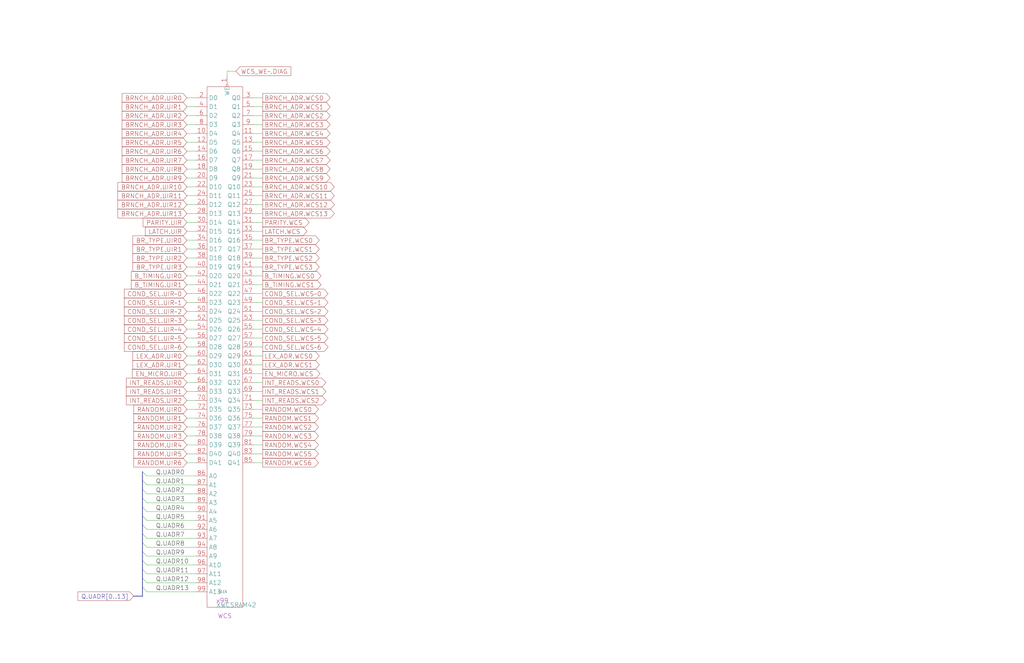
<source format=kicad_sch>
(kicad_sch (version 20230121) (generator eeschema)
  (paper "User" 584.2 378.46)
  (title_block (title "WRITABLE CONTROL STORE") (date "22-MAY-90") (rev "1.0") (comment 1 "SEQUENCER") (comment 2 "232-003064") (comment 3 "S400") (comment 4 "RELEASED"))
  (lib_symbols
    (symbol "r1000:XWCSRAM42" (pin_names (offset 1.016))
      (property "Reference" "U" (at 2.54 5.08 0))
      (property "Value" "XWCSRAM42" (at -1.27 -2.54 0))
      (property "Location" "___" (at -1.27 0 0))
      (property "Name" "______" (at 3.81 -10.16 0))
      (symbol "XWCSRAM42_1_1"
        (rectangle (start -6.35 293.37) (end 13.97 -3.81))
        (circle (center 5.08 294.005) (radius 0.635))
        (pin input line (at 5.08 299.72 270) (length 5.08) (name "WE") (number "1"))
        (pin input line (at -12.7 266.7 0) (length 6.35) (name "D4") (number "10"))
        (pin output line (at 20.32 266.7 180) (length 6.35) (name "Q4") (number "11"))
        (pin input line (at -12.7 261.62 0) (length 6.35) (name "D5") (number "12"))
        (pin output line (at 20.32 261.62 180) (length 6.35) (name "Q5") (number "13"))
        (pin input line (at -12.7 256.54 0) (length 6.35) (name "D6") (number "14"))
        (pin output line (at 20.32 256.54 180) (length 6.35) (name "Q6") (number "15"))
        (pin input line (at -12.7 251.46 0) (length 6.35) (name "D7") (number "16"))
        (pin output line (at 20.32 251.46 180) (length 6.35) (name "Q7") (number "17"))
        (pin input line (at -12.7 246.38 0) (length 6.35) (name "D8") (number "18"))
        (pin output line (at 20.32 246.38 180) (length 6.35) (name "Q8") (number "19"))
        (pin input line (at -12.7 287.02 0) (length 6.35) (name "D0") (number "2"))
        (pin input line (at -12.7 241.3 0) (length 6.35) (name "D9") (number "20"))
        (pin output line (at 20.32 241.3 180) (length 6.35) (name "Q9") (number "21"))
        (pin input line (at -12.7 236.22 0) (length 6.35) (name "D10") (number "22"))
        (pin output line (at 20.32 236.22 180) (length 6.35) (name "Q10") (number "23"))
        (pin input line (at -12.7 231.14 0) (length 6.35) (name "D11") (number "24"))
        (pin output line (at 20.32 231.14 180) (length 6.35) (name "Q11") (number "25"))
        (pin input line (at -12.7 226.06 0) (length 6.35) (name "D12") (number "26"))
        (pin output line (at 20.32 226.06 180) (length 6.35) (name "Q12") (number "27"))
        (pin input line (at -12.7 220.98 0) (length 6.35) (name "D13") (number "28"))
        (pin output line (at 20.32 220.98 180) (length 6.35) (name "Q13") (number "29"))
        (pin output line (at 20.32 287.02 180) (length 6.35) (name "Q0") (number "3"))
        (pin input line (at -12.7 215.9 0) (length 6.35) (name "D14") (number "30"))
        (pin output line (at 20.32 215.9 180) (length 6.35) (name "Q14") (number "31"))
        (pin input line (at -12.7 210.82 0) (length 6.35) (name "D15") (number "32"))
        (pin output line (at 20.32 210.82 180) (length 6.35) (name "Q15") (number "33"))
        (pin input line (at -12.7 205.74 0) (length 6.35) (name "D16") (number "34"))
        (pin output line (at 20.32 205.74 180) (length 6.35) (name "Q16") (number "35"))
        (pin input line (at -12.7 200.66 0) (length 6.35) (name "D17") (number "36"))
        (pin output line (at 20.32 200.66 180) (length 6.35) (name "Q17") (number "37"))
        (pin input line (at -12.7 195.58 0) (length 6.35) (name "D18") (number "38"))
        (pin output line (at 20.32 195.58 180) (length 6.35) (name "Q18") (number "39"))
        (pin input line (at -12.7 281.94 0) (length 6.35) (name "D1") (number "4"))
        (pin input line (at -12.7 190.5 0) (length 6.35) (name "D19") (number "40"))
        (pin output line (at 20.32 190.5 180) (length 6.35) (name "Q19") (number "41"))
        (pin input line (at -12.7 185.42 0) (length 6.35) (name "D20") (number "42"))
        (pin output line (at 20.32 185.42 180) (length 6.35) (name "Q20") (number "43"))
        (pin input line (at -12.7 180.34 0) (length 6.35) (name "D21") (number "44"))
        (pin output line (at 20.32 180.34 180) (length 6.35) (name "Q21") (number "45"))
        (pin input line (at -12.7 175.26 0) (length 6.35) (name "D22") (number "46"))
        (pin output line (at 20.32 175.26 180) (length 6.35) (name "Q22") (number "47"))
        (pin input line (at -12.7 170.18 0) (length 6.35) (name "D23") (number "48"))
        (pin output line (at 20.32 170.18 180) (length 6.35) (name "Q23") (number "49"))
        (pin output line (at 20.32 281.94 180) (length 6.35) (name "Q1") (number "5"))
        (pin input line (at -12.7 165.1 0) (length 6.35) (name "D24") (number "50"))
        (pin output line (at 20.32 165.1 180) (length 6.35) (name "Q24") (number "51"))
        (pin input line (at -12.7 160.02 0) (length 6.35) (name "D25") (number "52"))
        (pin output line (at 20.32 160.02 180) (length 6.35) (name "Q25") (number "53"))
        (pin input line (at -12.7 154.94 0) (length 6.35) (name "D26") (number "54"))
        (pin output line (at 20.32 154.94 180) (length 6.35) (name "Q26") (number "55"))
        (pin input line (at -12.7 149.86 0) (length 6.35) (name "D27") (number "56"))
        (pin output line (at 20.32 149.86 180) (length 6.35) (name "Q27") (number "57"))
        (pin input line (at -12.7 144.78 0) (length 6.35) (name "D28") (number "58"))
        (pin output line (at 20.32 144.78 180) (length 6.35) (name "Q28") (number "59"))
        (pin input line (at -12.7 276.86 0) (length 6.35) (name "D2") (number "6"))
        (pin input line (at -12.7 139.7 0) (length 6.35) (name "D29") (number "60"))
        (pin output line (at 20.32 139.7 180) (length 6.35) (name "Q29") (number "61"))
        (pin input line (at -12.7 134.62 0) (length 6.35) (name "D30") (number "62"))
        (pin output line (at 20.32 134.62 180) (length 6.35) (name "Q30") (number "63"))
        (pin input line (at -12.7 129.54 0) (length 6.35) (name "D31") (number "64"))
        (pin output line (at 20.32 129.54 180) (length 6.35) (name "Q31") (number "65"))
        (pin input line (at -12.7 124.46 0) (length 6.35) (name "D32") (number "66"))
        (pin output line (at 20.32 124.46 180) (length 6.35) (name "Q32") (number "67"))
        (pin input line (at -12.7 119.38 0) (length 6.35) (name "D33") (number "68"))
        (pin output line (at 20.32 119.38 180) (length 6.35) (name "Q33") (number "69"))
        (pin output line (at 20.32 276.86 180) (length 6.35) (name "Q2") (number "7"))
        (pin input line (at -12.7 114.3 0) (length 6.35) (name "D34") (number "70"))
        (pin output line (at 20.32 114.3 180) (length 6.35) (name "Q34") (number "71"))
        (pin input line (at -12.7 109.22 0) (length 6.35) (name "D35") (number "72"))
        (pin output line (at 20.32 109.22 180) (length 6.35) (name "Q35") (number "73"))
        (pin input line (at -12.7 104.14 0) (length 6.35) (name "D36") (number "74"))
        (pin output line (at 20.32 104.14 180) (length 6.35) (name "Q36") (number "75"))
        (pin input line (at -12.7 99.06 0) (length 6.35) (name "D37") (number "76"))
        (pin output line (at 20.32 99.06 180) (length 6.35) (name "Q37") (number "77"))
        (pin input line (at -12.7 93.98 0) (length 6.35) (name "D38") (number "78"))
        (pin output line (at 20.32 93.98 180) (length 6.35) (name "Q38") (number "79"))
        (pin input line (at -12.7 271.78 0) (length 6.35) (name "D3") (number "8"))
        (pin input line (at -12.7 88.9 0) (length 6.35) (name "D39") (number "80"))
        (pin output line (at 20.32 88.9 180) (length 6.35) (name "Q39") (number "81"))
        (pin input line (at -12.7 83.82 0) (length 6.35) (name "D40") (number "82"))
        (pin output line (at 20.32 83.82 180) (length 6.35) (name "Q40") (number "83"))
        (pin input line (at -12.7 78.74 0) (length 6.35) (name "D41") (number "84"))
        (pin output line (at 20.32 78.74 180) (length 6.35) (name "Q41") (number "85"))
        (pin input line (at -12.7 71.12 0) (length 6.35) (name "A0") (number "86"))
        (pin input line (at -12.7 66.04 0) (length 6.35) (name "A1") (number "87"))
        (pin input line (at -12.7 60.96 0) (length 6.35) (name "A2") (number "88"))
        (pin input line (at -12.7 55.88 0) (length 6.35) (name "A3") (number "89"))
        (pin output line (at 20.32 271.78 180) (length 6.35) (name "Q3") (number "9"))
        (pin input line (at -12.7 50.8 0) (length 6.35) (name "A4") (number "90"))
        (pin input line (at -12.7 45.72 0) (length 6.35) (name "A5") (number "91"))
        (pin input line (at -12.7 40.64 0) (length 6.35) (name "A6") (number "92"))
        (pin input line (at -12.7 35.56 0) (length 6.35) (name "A7") (number "93"))
        (pin input line (at -12.7 30.48 0) (length 6.35) (name "A8") (number "94"))
        (pin input line (at -12.7 25.4 0) (length 6.35) (name "A9") (number "95"))
        (pin input line (at -12.7 20.32 0) (length 6.35) (name "A10") (number "96"))
        (pin input line (at -12.7 15.24 0) (length 6.35) (name "A11") (number "97"))
        (pin input line (at -12.7 10.16 0) (length 6.35) (name "A12") (number "98"))
        (pin input line (at -12.7 5.08 0) (length 6.35) (name "A13") (number "99"))
      )
    )
  )
  (bus_entry (at 81.28 269.24) (size 2.54 2.54))
  (bus_entry (at 81.28 299.72) (size 2.54 2.54))
  (bus_entry (at 81.28 320.04) (size 2.54 2.54))
  (bus_entry (at 81.28 304.8) (size 2.54 2.54))
  (bus_entry (at 81.28 309.88) (size 2.54 2.54))
  (bus_entry (at 81.28 314.96) (size 2.54 2.54))
  (bus_entry (at 81.28 294.64) (size 2.54 2.54))
  (bus_entry (at 81.28 335.28) (size 2.54 2.54))
  (bus_entry (at 81.28 274.32) (size 2.54 2.54))
  (bus_entry (at 81.28 284.48) (size 2.54 2.54))
  (bus_entry (at 81.28 289.56) (size 2.54 2.54))
  (bus_entry (at 81.28 330.2) (size 2.54 2.54))
  (bus_entry (at 81.28 279.4) (size 2.54 2.54))
  (bus_entry (at 81.28 325.12) (size 2.54 2.54))
  (wire (pts (xy 106.68 248.92) (xy 111.76 248.92)))
  (wire (pts (xy 144.78 218.44) (xy 149.86 218.44)))
  (bus (pts (xy 81.28 274.32) (xy 81.28 279.4)))
  (wire (pts (xy 144.78 127) (xy 149.86 127)))
  (wire (pts (xy 106.68 223.52) (xy 111.76 223.52)))
  (wire (pts (xy 144.78 223.52) (xy 149.86 223.52)))
  (wire (pts (xy 106.68 127) (xy 111.76 127)))
  (bus (pts (xy 76.2 340.36) (xy 81.28 340.36)))
  (wire (pts (xy 144.78 106.68) (xy 149.86 106.68)))
  (wire (pts (xy 144.78 55.88) (xy 149.86 55.88)))
  (bus (pts (xy 81.28 309.88) (xy 81.28 314.96)))
  (wire (pts (xy 106.68 157.48) (xy 111.76 157.48)))
  (bus (pts (xy 81.28 325.12) (xy 81.28 330.2)))
  (wire (pts (xy 144.78 259.08) (xy 149.86 259.08)))
  (wire (pts (xy 144.78 167.64) (xy 149.86 167.64)))
  (bus (pts (xy 81.28 294.64) (xy 81.28 299.72)))
  (bus (pts (xy 81.28 279.4) (xy 81.28 284.48)))
  (wire (pts (xy 106.68 182.88) (xy 111.76 182.88)))
  (wire (pts (xy 83.82 302.26) (xy 111.76 302.26)))
  (wire (pts (xy 106.68 60.96) (xy 111.76 60.96)))
  (wire (pts (xy 106.68 193.04) (xy 111.76 193.04)))
  (wire (pts (xy 106.68 81.28) (xy 111.76 81.28)))
  (wire (pts (xy 111.76 327.66) (xy 83.82 327.66)))
  (wire (pts (xy 144.78 86.36) (xy 149.86 86.36)))
  (wire (pts (xy 106.68 66.04) (xy 111.76 66.04)))
  (wire (pts (xy 106.68 233.68) (xy 111.76 233.68)))
  (bus (pts (xy 81.28 289.56) (xy 81.28 294.64)))
  (wire (pts (xy 106.68 187.96) (xy 111.76 187.96)))
  (bus (pts (xy 81.28 320.04) (xy 81.28 325.12)))
  (wire (pts (xy 144.78 142.24) (xy 149.86 142.24)))
  (bus (pts (xy 81.28 304.8) (xy 81.28 299.72)))
  (wire (pts (xy 111.76 307.34) (xy 83.82 307.34)))
  (wire (pts (xy 83.82 271.78) (xy 111.76 271.78)))
  (wire (pts (xy 129.54 40.64) (xy 129.54 43.18)))
  (wire (pts (xy 106.68 152.4) (xy 111.76 152.4)))
  (wire (pts (xy 106.68 55.88) (xy 111.76 55.88)))
  (wire (pts (xy 106.68 142.24) (xy 111.76 142.24)))
  (wire (pts (xy 144.78 213.36) (xy 149.86 213.36)))
  (wire (pts (xy 144.78 193.04) (xy 149.86 193.04)))
  (wire (pts (xy 111.76 317.5) (xy 83.82 317.5)))
  (wire (pts (xy 106.68 71.12) (xy 111.76 71.12)))
  (wire (pts (xy 144.78 111.76) (xy 149.86 111.76)))
  (wire (pts (xy 144.78 182.88) (xy 149.86 182.88)))
  (wire (pts (xy 106.68 238.76) (xy 111.76 238.76)))
  (wire (pts (xy 144.78 254) (xy 149.86 254)))
  (bus (pts (xy 81.28 284.48) (xy 81.28 289.56)))
  (wire (pts (xy 106.68 264.16) (xy 111.76 264.16)))
  (wire (pts (xy 144.78 137.16) (xy 149.86 137.16)))
  (wire (pts (xy 144.78 60.96) (xy 149.86 60.96)))
  (wire (pts (xy 144.78 172.72) (xy 149.86 172.72)))
  (wire (pts (xy 144.78 208.28) (xy 149.86 208.28)))
  (wire (pts (xy 106.68 243.84) (xy 111.76 243.84)))
  (wire (pts (xy 106.68 137.16) (xy 111.76 137.16)))
  (wire (pts (xy 144.78 243.84) (xy 149.86 243.84)))
  (wire (pts (xy 106.68 198.12) (xy 111.76 198.12)))
  (wire (pts (xy 106.68 91.44) (xy 111.76 91.44)))
  (bus (pts (xy 81.28 304.8) (xy 81.28 309.88)))
  (wire (pts (xy 144.78 152.4) (xy 149.86 152.4)))
  (wire (pts (xy 144.78 248.92) (xy 149.86 248.92)))
  (wire (pts (xy 106.68 162.56) (xy 111.76 162.56)))
  (wire (pts (xy 83.82 281.94) (xy 111.76 281.94)))
  (wire (pts (xy 106.68 101.6) (xy 111.76 101.6)))
  (wire (pts (xy 111.76 322.58) (xy 83.82 322.58)))
  (wire (pts (xy 106.68 218.44) (xy 111.76 218.44)))
  (wire (pts (xy 106.68 76.2) (xy 111.76 76.2)))
  (wire (pts (xy 144.78 96.52) (xy 149.86 96.52)))
  (wire (pts (xy 106.68 213.36) (xy 111.76 213.36)))
  (wire (pts (xy 106.68 121.92) (xy 111.76 121.92)))
  (wire (pts (xy 106.68 86.36) (xy 111.76 86.36)))
  (wire (pts (xy 134.62 40.64) (xy 129.54 40.64)))
  (wire (pts (xy 144.78 116.84) (xy 149.86 116.84)))
  (bus (pts (xy 81.28 340.36) (xy 81.28 335.28)))
  (wire (pts (xy 111.76 312.42) (xy 83.82 312.42)))
  (wire (pts (xy 144.78 81.28) (xy 149.86 81.28)))
  (wire (pts (xy 144.78 71.12) (xy 149.86 71.12)))
  (wire (pts (xy 144.78 177.8) (xy 149.86 177.8)))
  (wire (pts (xy 106.68 254) (xy 111.76 254)))
  (wire (pts (xy 106.68 106.68) (xy 111.76 106.68)))
  (bus (pts (xy 81.28 330.2) (xy 81.28 335.28)))
  (wire (pts (xy 106.68 132.08) (xy 111.76 132.08)))
  (wire (pts (xy 111.76 337.82) (xy 83.82 337.82)))
  (wire (pts (xy 106.68 203.2) (xy 111.76 203.2)))
  (wire (pts (xy 106.68 167.64) (xy 111.76 167.64)))
  (wire (pts (xy 83.82 287.02) (xy 111.76 287.02)))
  (wire (pts (xy 83.82 292.1) (xy 111.76 292.1)))
  (wire (pts (xy 106.68 96.52) (xy 111.76 96.52)))
  (wire (pts (xy 144.78 101.6) (xy 149.86 101.6)))
  (wire (pts (xy 106.68 177.8) (xy 111.76 177.8)))
  (wire (pts (xy 106.68 116.84) (xy 111.76 116.84)))
  (wire (pts (xy 106.68 259.08) (xy 111.76 259.08)))
  (wire (pts (xy 144.78 147.32) (xy 149.86 147.32)))
  (wire (pts (xy 144.78 264.16) (xy 149.86 264.16)))
  (wire (pts (xy 144.78 91.44) (xy 149.86 91.44)))
  (wire (pts (xy 106.68 147.32) (xy 111.76 147.32)))
  (wire (pts (xy 144.78 198.12) (xy 149.86 198.12)))
  (wire (pts (xy 111.76 332.74) (xy 83.82 332.74)))
  (wire (pts (xy 106.68 172.72) (xy 111.76 172.72)))
  (wire (pts (xy 144.78 162.56) (xy 149.86 162.56)))
  (wire (pts (xy 144.78 187.96) (xy 149.86 187.96)))
  (wire (pts (xy 144.78 66.04) (xy 149.86 66.04)))
  (wire (pts (xy 106.68 208.28) (xy 111.76 208.28)))
  (wire (pts (xy 144.78 132.08) (xy 149.86 132.08)))
  (bus (pts (xy 81.28 269.24) (xy 81.28 274.32)))
  (wire (pts (xy 83.82 276.86) (xy 111.76 276.86)))
  (wire (pts (xy 144.78 228.6) (xy 149.86 228.6)))
  (wire (pts (xy 144.78 238.76) (xy 149.86 238.76)))
  (bus (pts (xy 81.28 314.96) (xy 81.28 320.04)))
  (wire (pts (xy 144.78 121.92) (xy 149.86 121.92)))
  (wire (pts (xy 144.78 157.48) (xy 149.86 157.48)))
  (wire (pts (xy 106.68 228.6) (xy 111.76 228.6)))
  (wire (pts (xy 106.68 111.76) (xy 111.76 111.76)))
  (wire (pts (xy 144.78 76.2) (xy 149.86 76.2)))
  (wire (pts (xy 144.78 233.68) (xy 149.86 233.68)))
  (wire (pts (xy 83.82 297.18) (xy 111.76 297.18)))
  (wire (pts (xy 144.78 203.2) (xy 149.86 203.2)))
  (label "Q.UADR0" (at 88.9 271.78 0) (effects (font (size 2.54 2.54))))
  (label "Q.UADR11" (at 88.9 327.66 0) (effects (font (size 2.54 2.54))))
  (label "Q.UADR10" (at 88.9 322.58 0) (effects (font (size 2.54 2.54))))
  (label "Q.UADR13" (at 88.9 337.82 0) (effects (font (size 2.54 2.54))))
  (label "Q.UADR6" (at 88.9 302.26 0) (effects (font (size 2.54 2.54))))
  (label "Q.UADR12" (at 88.9 332.74 0) (effects (font (size 2.54 2.54))))
  (label "Q.UADR7" (at 88.9 307.34 0) (effects (font (size 2.54 2.54))))
  (label "Q.UADR4" (at 88.9 292.1 0) (effects (font (size 2.54 2.54))))
  (label "Q.UADR8" (at 88.9 312.42 0) (effects (font (size 2.54 2.54))))
  (label "Q.UADR1" (at 88.9 276.86 0) (effects (font (size 2.54 2.54))))
  (label "Q.UADR2" (at 88.9 281.94 0) (effects (font (size 2.54 2.54))))
  (label "Q.UADR3" (at 88.9 287.02 0) (effects (font (size 2.54 2.54))))
  (label "Q.UADR5" (at 88.9 297.18 0) (effects (font (size 2.54 2.54))))
  (label "Q.UADR9" (at 88.9 317.5 0) (effects (font (size 2.54 2.54))))
  (global_label "COND_SEL.WCS~0" (shape output) (at 149.86 167.64 0) (effects (font (size 2.54 2.54))) (property "Intersheetrefs" "${INTERSHEET_REFS}" (at 187.1012 167.4813 0) (effects (font (size 1.905 1.905)) (justify left))))
  (global_label "RANDOM.UIR5" (shape input) (at 106.68 259.08 180) (effects (font (size 2.54 2.54))) (property "Intersheetrefs" "${INTERSHEET_REFS}" (at 76.333 258.9213 0) (effects (font (size 1.905 1.905)) (justify right))))
  (global_label "BR_TYPE.WCS3" (shape output) (at 149.86 152.4 0) (effects (font (size 2.54 2.54))) (property "Intersheetrefs" "${INTERSHEET_REFS}" (at 182.1422 152.2413 0) (effects (font (size 1.905 1.905)) (justify left))))
  (global_label "COND_SEL.UIR~2" (shape input) (at 106.68 177.8 180) (effects (font (size 2.54 2.54))) (property "Intersheetrefs" "${INTERSHEET_REFS}" (at 70.8902 177.6413 0) (effects (font (size 1.905 1.905)) (justify right))))
  (global_label "BRNCH_ADR.WCS6" (shape output) (at 149.86 86.36 0) (effects (font (size 2.54 2.54))) (property "Intersheetrefs" "${INTERSHEET_REFS}" (at 188.3108 86.2013 0) (effects (font (size 1.905 1.905)) (justify left))))
  (global_label "BRNCH_ADR.WCS13" (shape output) (at 149.86 121.92 0) (effects (font (size 2.54 2.54))) (property "Intersheetrefs" "${INTERSHEET_REFS}" (at 190.7298 121.7613 0) (effects (font (size 1.905 1.905)) (justify left))))
  (global_label "INT_READS.UIR0" (shape input) (at 106.68 218.44 180) (effects (font (size 2.54 2.54))) (property "Intersheetrefs" "${INTERSHEET_REFS}" (at 72.0997 218.2813 0) (effects (font (size 1.905 1.905)) (justify right))))
  (global_label "B_TIMING.WCS0" (shape output) (at 149.86 157.48 0) (effects (font (size 2.54 2.54))) (property "Intersheetrefs" "${INTERSHEET_REFS}" (at 183.1098 157.3213 0) (effects (font (size 1.905 1.905)) (justify left))))
  (global_label "RANDOM.WCS5" (shape output) (at 149.86 259.08 0) (effects (font (size 2.54 2.54))) (property "Intersheetrefs" "${INTERSHEET_REFS}" (at 181.6584 258.9213 0) (effects (font (size 1.905 1.905)) (justify left))))
  (global_label "COND_SEL.WCS~3" (shape output) (at 149.86 182.88 0) (effects (font (size 2.54 2.54))) (property "Intersheetrefs" "${INTERSHEET_REFS}" (at 187.1012 182.7213 0) (effects (font (size 1.905 1.905)) (justify left))))
  (global_label "COND_SEL.WCS~5" (shape output) (at 149.86 193.04 0) (effects (font (size 2.54 2.54))) (property "Intersheetrefs" "${INTERSHEET_REFS}" (at 187.1012 192.8813 0) (effects (font (size 1.905 1.905)) (justify left))))
  (global_label "COND_SEL.UIR~4" (shape input) (at 106.68 187.96 180) (effects (font (size 2.54 2.54))) (property "Intersheetrefs" "${INTERSHEET_REFS}" (at 70.8902 187.8013 0) (effects (font (size 1.905 1.905)) (justify right))))
  (global_label "RANDOM.WCS6" (shape output) (at 149.86 264.16 0) (effects (font (size 2.54 2.54))) (property "Intersheetrefs" "${INTERSHEET_REFS}" (at 181.6584 264.0013 0) (effects (font (size 1.905 1.905)) (justify left))))
  (global_label "LEX_ADR.UIR0" (shape input) (at 106.68 203.2 180) (effects (font (size 2.54 2.54))) (property "Intersheetrefs" "${INTERSHEET_REFS}" (at 75.8492 203.0413 0) (effects (font (size 1.905 1.905)) (justify right))))
  (global_label "BRNCH_ADR.UIR9" (shape input) (at 106.68 101.6 180) (effects (font (size 2.54 2.54))) (property "Intersheetrefs" "${INTERSHEET_REFS}" (at 69.6807 101.4413 0) (effects (font (size 1.905 1.905)) (justify right))))
  (global_label "BRNCH_ADR.UIR4" (shape input) (at 106.68 76.2 180) (effects (font (size 2.54 2.54))) (property "Intersheetrefs" "${INTERSHEET_REFS}" (at 69.6807 76.0413 0) (effects (font (size 1.905 1.905)) (justify right))))
  (global_label "BRNCH_ADR.WCS3" (shape output) (at 149.86 71.12 0) (effects (font (size 2.54 2.54))) (property "Intersheetrefs" "${INTERSHEET_REFS}" (at 188.3108 70.9613 0) (effects (font (size 1.905 1.905)) (justify left))))
  (global_label "RANDOM.UIR1" (shape input) (at 106.68 238.76 180) (effects (font (size 2.54 2.54))) (property "Intersheetrefs" "${INTERSHEET_REFS}" (at 76.333 238.6013 0) (effects (font (size 1.905 1.905)) (justify right))))
  (global_label "RANDOM.WCS1" (shape output) (at 149.86 238.76 0) (effects (font (size 2.54 2.54))) (property "Intersheetrefs" "${INTERSHEET_REFS}" (at 181.6584 238.6013 0) (effects (font (size 1.905 1.905)) (justify left))))
  (global_label "WCS_WE~.DIAG" (shape input) (at 134.62 40.64 0) (effects (font (size 2.54 2.54))) (property "Intersheetrefs" "${INTERSHEET_REFS}" (at 168.3536 40.4813 0) (effects (font (size 1.905 1.905)) (justify left))))
  (global_label "BRNCH_ADR.UIR12" (shape input) (at 106.68 116.84 180) (effects (font (size 2.54 2.54))) (property "Intersheetrefs" "${INTERSHEET_REFS}" (at 67.2616 116.6813 0) (effects (font (size 1.905 1.905)) (justify right))))
  (global_label "EN_MICRO.UIR" (shape input) (at 106.68 213.36 180) (effects (font (size 2.54 2.54))) (property "Intersheetrefs" "${INTERSHEET_REFS}" (at 75.4864 213.2013 0) (effects (font (size 1.905 1.905)) (justify right))))
  (global_label "BRNCH_ADR.WCS7" (shape output) (at 149.86 91.44 0) (effects (font (size 2.54 2.54))) (property "Intersheetrefs" "${INTERSHEET_REFS}" (at 188.3108 91.2813 0) (effects (font (size 1.905 1.905)) (justify left))))
  (global_label "BRNCH_ADR.WCS1" (shape output) (at 149.86 60.96 0) (effects (font (size 2.54 2.54))) (property "Intersheetrefs" "${INTERSHEET_REFS}" (at 188.3108 60.8013 0) (effects (font (size 1.905 1.905)) (justify left))))
  (global_label "BRNCH_ADR.UIR7" (shape input) (at 106.68 91.44 180) (effects (font (size 2.54 2.54))) (property "Intersheetrefs" "${INTERSHEET_REFS}" (at 69.6807 91.2813 0) (effects (font (size 1.905 1.905)) (justify right))))
  (global_label "BRNCH_ADR.UIR2" (shape input) (at 106.68 66.04 180) (effects (font (size 2.54 2.54))) (property "Intersheetrefs" "${INTERSHEET_REFS}" (at 69.6807 65.8813 0) (effects (font (size 1.905 1.905)) (justify right))))
  (global_label "BR_TYPE.UIR2" (shape input) (at 106.68 147.32 180) (effects (font (size 2.54 2.54))) (property "Intersheetrefs" "${INTERSHEET_REFS}" (at 75.8492 147.1613 0) (effects (font (size 1.905 1.905)) (justify right))))
  (global_label "Q.UADR[0..13]" (shape input) (at 76.2 340.36 180) (effects (font (size 2.54 2.54))) (property "Intersheetrefs" "${INTERSHEET_REFS}" (at 43.3478 340.36 0) (effects (font (size 1.905 1.905)) (justify right))))
  (global_label "RANDOM.UIR0" (shape input) (at 106.68 233.68 180) (effects (font (size 2.54 2.54))) (property "Intersheetrefs" "${INTERSHEET_REFS}" (at 76.333 233.5213 0) (effects (font (size 1.905 1.905)) (justify right))))
  (global_label "BRNCH_ADR.UIR0" (shape input) (at 106.68 55.88 180) (effects (font (size 2.54 2.54))) (property "Intersheetrefs" "${INTERSHEET_REFS}" (at 69.6807 55.7213 0) (effects (font (size 1.905 1.905)) (justify right))))
  (global_label "BRNCH_ADR.UIR11" (shape input) (at 106.68 111.76 180) (effects (font (size 2.54 2.54))) (property "Intersheetrefs" "${INTERSHEET_REFS}" (at 67.2616 111.6013 0) (effects (font (size 1.905 1.905)) (justify right))))
  (global_label "INT_READS.UIR2" (shape input) (at 106.68 228.6 180) (effects (font (size 2.54 2.54))) (property "Intersheetrefs" "${INTERSHEET_REFS}" (at 72.0997 228.4413 0) (effects (font (size 1.905 1.905)) (justify right))))
  (global_label "RANDOM.UIR3" (shape input) (at 106.68 248.92 180) (effects (font (size 2.54 2.54))) (property "Intersheetrefs" "${INTERSHEET_REFS}" (at 76.333 248.7613 0) (effects (font (size 1.905 1.905)) (justify right))))
  (global_label "B_TIMING.UIR0" (shape input) (at 106.68 157.48 180) (effects (font (size 2.54 2.54))) (property "Intersheetrefs" "${INTERSHEET_REFS}" (at 74.8816 157.3213 0) (effects (font (size 1.905 1.905)) (justify right))))
  (global_label "BRNCH_ADR.UIR1" (shape input) (at 106.68 60.96 180) (effects (font (size 2.54 2.54))) (property "Intersheetrefs" "${INTERSHEET_REFS}" (at 69.6807 60.8013 0) (effects (font (size 1.905 1.905)) (justify right))))
  (global_label "LEX_ADR.WCS0" (shape output) (at 149.86 203.2 0) (effects (font (size 2.54 2.54))) (property "Intersheetrefs" "${INTERSHEET_REFS}" (at 182.1422 203.0413 0) (effects (font (size 1.905 1.905)) (justify left))))
  (global_label "BRNCH_ADR.WCS9" (shape output) (at 149.86 101.6 0) (effects (font (size 2.54 2.54))) (property "Intersheetrefs" "${INTERSHEET_REFS}" (at 188.3108 101.4413 0) (effects (font (size 1.905 1.905)) (justify left))))
  (global_label "BRNCH_ADR.UIR5" (shape input) (at 106.68 81.28 180) (effects (font (size 2.54 2.54))) (property "Intersheetrefs" "${INTERSHEET_REFS}" (at 69.6807 81.1213 0) (effects (font (size 1.905 1.905)) (justify right))))
  (global_label "B_TIMING.WCS1" (shape output) (at 149.86 162.56 0) (effects (font (size 2.54 2.54))) (property "Intersheetrefs" "${INTERSHEET_REFS}" (at 183.1098 162.4013 0) (effects (font (size 1.905 1.905)) (justify left))))
  (global_label "COND_SEL.WCS~4" (shape output) (at 149.86 187.96 0) (effects (font (size 2.54 2.54))) (property "Intersheetrefs" "${INTERSHEET_REFS}" (at 187.1012 187.8013 0) (effects (font (size 1.905 1.905)) (justify left))))
  (global_label "LEX_ADR.WCS1" (shape output) (at 149.86 208.28 0) (effects (font (size 2.54 2.54))) (property "Intersheetrefs" "${INTERSHEET_REFS}" (at 182.1422 208.1213 0) (effects (font (size 1.905 1.905)) (justify left))))
  (global_label "COND_SEL.WCS~6" (shape output) (at 149.86 198.12 0) (effects (font (size 2.54 2.54))) (property "Intersheetrefs" "${INTERSHEET_REFS}" (at 187.1012 197.9613 0) (effects (font (size 1.905 1.905)) (justify left))))
  (global_label "BRNCH_ADR.UIR3" (shape input) (at 106.68 71.12 180) (effects (font (size 2.54 2.54))) (property "Intersheetrefs" "${INTERSHEET_REFS}" (at 69.6807 70.9613 0) (effects (font (size 1.905 1.905)) (justify right))))
  (global_label "RANDOM.UIR4" (shape input) (at 106.68 254 180) (effects (font (size 2.54 2.54))) (property "Intersheetrefs" "${INTERSHEET_REFS}" (at 76.333 253.8413 0) (effects (font (size 1.905 1.905)) (justify right))))
  (global_label "BRNCH_ADR.UIR13" (shape input) (at 106.68 121.92 180) (effects (font (size 2.54 2.54))) (property "Intersheetrefs" "${INTERSHEET_REFS}" (at 67.2616 121.7613 0) (effects (font (size 1.905 1.905)) (justify right))))
  (global_label "BR_TYPE.UIR0" (shape input) (at 106.68 137.16 180) (effects (font (size 2.54 2.54))) (property "Intersheetrefs" "${INTERSHEET_REFS}" (at 75.8492 137.0013 0) (effects (font (size 1.905 1.905)) (justify right))))
  (global_label "BR_TYPE.WCS2" (shape output) (at 149.86 147.32 0) (effects (font (size 2.54 2.54))) (property "Intersheetrefs" "${INTERSHEET_REFS}" (at 182.1422 147.1613 0) (effects (font (size 1.905 1.905)) (justify left))))
  (global_label "COND_SEL.WCS~2" (shape output) (at 149.86 177.8 0) (effects (font (size 2.54 2.54))) (property "Intersheetrefs" "${INTERSHEET_REFS}" (at 187.1012 177.6413 0) (effects (font (size 1.905 1.905)) (justify left))))
  (global_label "RANDOM.WCS3" (shape output) (at 149.86 248.92 0) (effects (font (size 2.54 2.54))) (property "Intersheetrefs" "${INTERSHEET_REFS}" (at 181.6584 248.7613 0) (effects (font (size 1.905 1.905)) (justify left))))
  (global_label "INT_READS.UIR1" (shape input) (at 106.68 223.52 180) (effects (font (size 2.54 2.54))) (property "Intersheetrefs" "${INTERSHEET_REFS}" (at 72.0997 223.3613 0) (effects (font (size 1.905 1.905)) (justify right))))
  (global_label "BRNCH_ADR.WCS2" (shape output) (at 149.86 66.04 0) (effects (font (size 2.54 2.54))) (property "Intersheetrefs" "${INTERSHEET_REFS}" (at 188.3108 65.8813 0) (effects (font (size 1.905 1.905)) (justify left))))
  (global_label "LATCH.UIR" (shape input) (at 106.68 132.08 180) (effects (font (size 2.54 2.54))) (property "Intersheetrefs" "${INTERSHEET_REFS}" (at 82.8645 131.9213 0) (effects (font (size 1.905 1.905)) (justify right))))
  (global_label "BR_TYPE.UIR1" (shape input) (at 106.68 142.24 180) (effects (font (size 2.54 2.54))) (property "Intersheetrefs" "${INTERSHEET_REFS}" (at 75.8492 142.0813 0) (effects (font (size 1.905 1.905)) (justify right))))
  (global_label "PARITY.WCS" (shape output) (at 149.86 127 0) (effects (font (size 2.54 2.54))) (property "Intersheetrefs" "${INTERSHEET_REFS}" (at 176.3365 126.8413 0) (effects (font (size 1.905 1.905)) (justify left))))
  (global_label "RANDOM.WCS0" (shape output) (at 149.86 233.68 0) (effects (font (size 2.54 2.54))) (property "Intersheetrefs" "${INTERSHEET_REFS}" (at 181.6584 233.5213 0) (effects (font (size 1.905 1.905)) (justify left))))
  (global_label "BRNCH_ADR.UIR8" (shape input) (at 106.68 96.52 180) (effects (font (size 2.54 2.54))) (property "Intersheetrefs" "${INTERSHEET_REFS}" (at 69.6807 96.3613 0) (effects (font (size 1.905 1.905)) (justify right))))
  (global_label "EN_MICRO.WCS" (shape output) (at 149.86 213.36 0) (effects (font (size 2.54 2.54))) (property "Intersheetrefs" "${INTERSHEET_REFS}" (at 182.505 213.2013 0) (effects (font (size 1.905 1.905)) (justify left))))
  (global_label "BR_TYPE.WCS1" (shape output) (at 149.86 142.24 0) (effects (font (size 2.54 2.54))) (property "Intersheetrefs" "${INTERSHEET_REFS}" (at 182.1422 142.0813 0) (effects (font (size 1.905 1.905)) (justify left))))
  (global_label "PARITY.UIR" (shape input) (at 106.68 127 180) (effects (font (size 2.54 2.54))) (property "Intersheetrefs" "${INTERSHEET_REFS}" (at 81.655 126.8413 0) (effects (font (size 1.905 1.905)) (justify right))))
  (global_label "BRNCH_ADR.WCS5" (shape output) (at 149.86 81.28 0) (effects (font (size 2.54 2.54))) (property "Intersheetrefs" "${INTERSHEET_REFS}" (at 188.3108 81.1213 0) (effects (font (size 1.905 1.905)) (justify left))))
  (global_label "COND_SEL.WCS~1" (shape output) (at 149.86 172.72 0) (effects (font (size 2.54 2.54))) (property "Intersheetrefs" "${INTERSHEET_REFS}" (at 187.1012 172.5613 0) (effects (font (size 1.905 1.905)) (justify left))))
  (global_label "BRNCH_ADR.UIR6" (shape input) (at 106.68 86.36 180) (effects (font (size 2.54 2.54))) (property "Intersheetrefs" "${INTERSHEET_REFS}" (at 69.6807 86.2013 0) (effects (font (size 1.905 1.905)) (justify right))))
  (global_label "COND_SEL.UIR~5" (shape input) (at 106.68 193.04 180) (effects (font (size 2.54 2.54))) (property "Intersheetrefs" "${INTERSHEET_REFS}" (at 70.8902 192.8813 0) (effects (font (size 1.905 1.905)) (justify right))))
  (global_label "RANDOM.WCS4" (shape output) (at 149.86 254 0) (effects (font (size 2.54 2.54))) (property "Intersheetrefs" "${INTERSHEET_REFS}" (at 181.6584 253.8413 0) (effects (font (size 1.905 1.905)) (justify left))))
  (global_label "BRNCH_ADR.WCS0" (shape output) (at 149.86 55.88 0) (effects (font (size 2.54 2.54))) (property "Intersheetrefs" "${INTERSHEET_REFS}" (at 188.3108 55.7213 0) (effects (font (size 1.905 1.905)) (justify left))))
  (global_label "BRNCH_ADR.WCS4" (shape output) (at 149.86 76.2 0) (effects (font (size 2.54 2.54))) (property "Intersheetrefs" "${INTERSHEET_REFS}" (at 188.3108 76.0413 0) (effects (font (size 1.905 1.905)) (justify left))))
  (global_label "COND_SEL.UIR~1" (shape input) (at 106.68 172.72 180) (effects (font (size 2.54 2.54))) (property "Intersheetrefs" "${INTERSHEET_REFS}" (at 70.8902 172.5613 0) (effects (font (size 1.905 1.905)) (justify right))))
  (global_label "B_TIMING.UIR1" (shape input) (at 106.68 162.56 180) (effects (font (size 2.54 2.54))) (property "Intersheetrefs" "${INTERSHEET_REFS}" (at 74.8816 162.4013 0) (effects (font (size 1.905 1.905)) (justify right))))
  (global_label "RANDOM.UIR6" (shape input) (at 106.68 264.16 180) (effects (font (size 2.54 2.54))) (property "Intersheetrefs" "${INTERSHEET_REFS}" (at 76.333 264.0013 0) (effects (font (size 1.905 1.905)) (justify right))))
  (global_label "INT_READS.WCS0" (shape output) (at 149.86 218.44 0) (effects (font (size 2.54 2.54))) (property "Intersheetrefs" "${INTERSHEET_REFS}" (at 185.8917 218.2813 0) (effects (font (size 1.905 1.905)) (justify left))))
  (global_label "BRNCH_ADR.WCS12" (shape output) (at 149.86 116.84 0) (effects (font (size 2.54 2.54))) (property "Intersheetrefs" "${INTERSHEET_REFS}" (at 190.7298 116.6813 0) (effects (font (size 1.905 1.905)) (justify left))))
  (global_label "INT_READS.WCS2" (shape output) (at 149.86 228.6 0) (effects (font (size 2.54 2.54))) (property "Intersheetrefs" "${INTERSHEET_REFS}" (at 185.8917 228.4413 0) (effects (font (size 1.905 1.905)) (justify left))))
  (global_label "COND_SEL.UIR~3" (shape input) (at 106.68 182.88 180) (effects (font (size 2.54 2.54))) (property "Intersheetrefs" "${INTERSHEET_REFS}" (at 70.8902 182.7213 0) (effects (font (size 1.905 1.905)) (justify right))))
  (global_label "INT_READS.WCS1" (shape output) (at 149.86 223.52 0) (effects (font (size 2.54 2.54))) (property "Intersheetrefs" "${INTERSHEET_REFS}" (at 185.8917 223.3613 0) (effects (font (size 1.905 1.905)) (justify left))))
  (global_label "COND_SEL.UIR~6" (shape input) (at 106.68 198.12 180) (effects (font (size 2.54 2.54))) (property "Intersheetrefs" "${INTERSHEET_REFS}" (at 70.8902 197.9613 0) (effects (font (size 1.905 1.905)) (justify right))))
  (global_label "BR_TYPE.WCS0" (shape output) (at 149.86 137.16 0) (effects (font (size 2.54 2.54))) (property "Intersheetrefs" "${INTERSHEET_REFS}" (at 182.1422 137.0013 0) (effects (font (size 1.905 1.905)) (justify left))))
  (global_label "COND_SEL.UIR~0" (shape input) (at 106.68 167.64 180) (effects (font (size 2.54 2.54))) (property "Intersheetrefs" "${INTERSHEET_REFS}" (at 70.8902 167.4813 0) (effects (font (size 1.905 1.905)) (justify right))))
  (global_label "RANDOM.WCS2" (shape output) (at 149.86 243.84 0) (effects (font (size 2.54 2.54))) (property "Intersheetrefs" "${INTERSHEET_REFS}" (at 181.6584 243.6813 0) (effects (font (size 1.905 1.905)) (justify left))))
  (global_label "LATCH.WCS" (shape output) (at 149.86 132.08 0) (effects (font (size 2.54 2.54))) (property "Intersheetrefs" "${INTERSHEET_REFS}" (at 175.127 131.9213 0) (effects (font (size 1.905 1.905)) (justify left))))
  (global_label "BRNCH_ADR.WCS8" (shape output) (at 149.86 96.52 0) (effects (font (size 2.54 2.54))) (property "Intersheetrefs" "${INTERSHEET_REFS}" (at 188.3108 96.3613 0) (effects (font (size 1.905 1.905)) (justify left))))
  (global_label "BRNCH_ADR.WCS11" (shape output) (at 149.86 111.76 0) (effects (font (size 2.54 2.54))) (property "Intersheetrefs" "${INTERSHEET_REFS}" (at 190.7298 111.6013 0) (effects (font (size 1.905 1.905)) (justify left))))
  (global_label "LEX_ADR.UIR1" (shape input) (at 106.68 208.28 180) (effects (font (size 2.54 2.54))) (property "Intersheetrefs" "${INTERSHEET_REFS}" (at 75.8492 208.1213 0) (effects (font (size 1.905 1.905)) (justify right))))
  (global_label "BRNCH_ADR.UIR10" (shape input) (at 106.68 106.68 180) (effects (font (size 2.54 2.54))) (property "Intersheetrefs" "${INTERSHEET_REFS}" (at 67.2616 106.5213 0) (effects (font (size 1.905 1.905)) (justify right))))
  (global_label "BR_TYPE.UIR3" (shape input) (at 106.68 152.4 180) (effects (font (size 2.54 2.54))) (property "Intersheetrefs" "${INTERSHEET_REFS}" (at 75.8492 152.2413 0) (effects (font (size 1.905 1.905)) (justify right))))
  (global_label "RANDOM.UIR2" (shape input) (at 106.68 243.84 180) (effects (font (size 2.54 2.54))) (property "Intersheetrefs" "${INTERSHEET_REFS}" (at 76.333 243.6813 0) (effects (font (size 1.905 1.905)) (justify right))))
  (global_label "BRNCH_ADR.WCS10" (shape output) (at 149.86 106.68 0) (effects (font (size 2.54 2.54))) (property "Intersheetrefs" "${INTERSHEET_REFS}" (at 190.7298 106.5213 0) (effects (font (size 1.905 1.905)) (justify left))))
  (symbol (lib_id "r1000:XWCSRAM42") (at 124.46 342.9 0) (unit 1)
    (property "Reference" "U115" (at 127 337.82 0))
    (property "Value" "XWCSRAM42" (at 123.19 345.44 0) (effects (font (size 2.54 2.54)) (justify left)))
    (property "Location" "x99" (at 123.19 342.9 0) (effects (font (size 2.54 2.54)) (justify left)))
    (property "Name" "WCS" (at 128.27 353.06 0) (effects (font (size 2.54 2.54)) (justify bottom)))
  )
)
</source>
